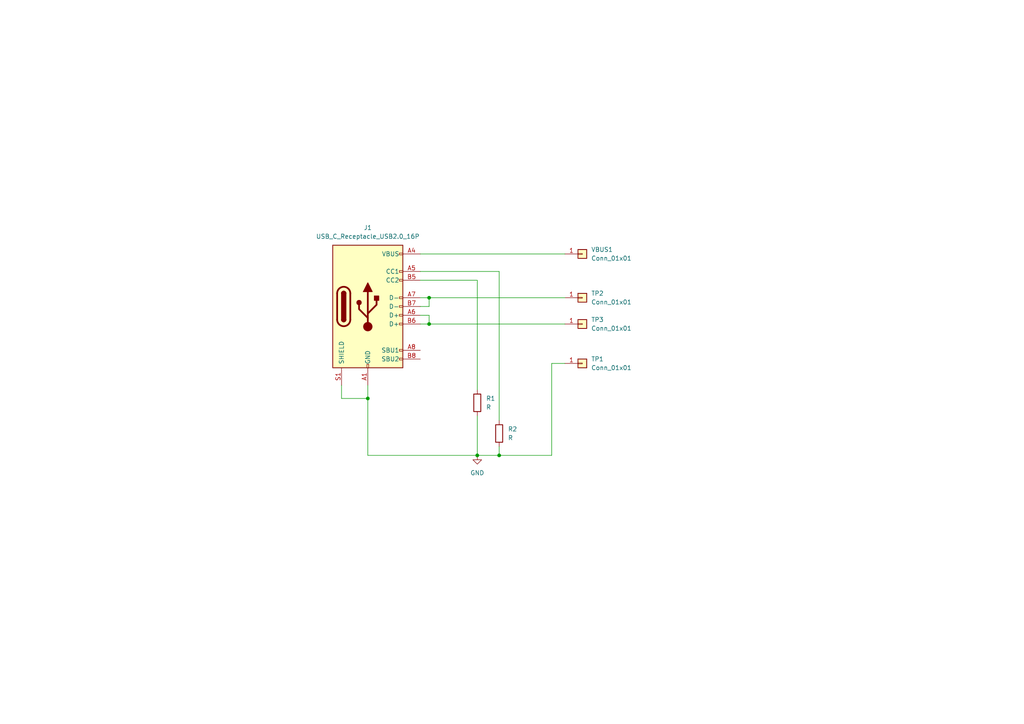
<source format=kicad_sch>
(kicad_sch
	(version 20250114)
	(generator "eeschema")
	(generator_version "9.0")
	(uuid "4aa7454a-79d6-40c9-ba84-97ff34d74406")
	(paper "A4")
	(lib_symbols
		(symbol "Connector:USB_C_Receptacle_USB2.0_16P"
			(pin_names
				(offset 1.016)
			)
			(exclude_from_sim no)
			(in_bom yes)
			(on_board yes)
			(property "Reference" "J"
				(at 0 22.225 0)
				(effects
					(font
						(size 1.27 1.27)
					)
				)
			)
			(property "Value" "USB_C_Receptacle_USB2.0_16P"
				(at 0 19.685 0)
				(effects
					(font
						(size 1.27 1.27)
					)
				)
			)
			(property "Footprint" ""
				(at 3.81 0 0)
				(effects
					(font
						(size 1.27 1.27)
					)
					(hide yes)
				)
			)
			(property "Datasheet" "https://www.usb.org/sites/default/files/documents/usb_type-c.zip"
				(at 3.81 0 0)
				(effects
					(font
						(size 1.27 1.27)
					)
					(hide yes)
				)
			)
			(property "Description" "USB 2.0-only 16P Type-C Receptacle connector"
				(at 0 0 0)
				(effects
					(font
						(size 1.27 1.27)
					)
					(hide yes)
				)
			)
			(property "ki_keywords" "usb universal serial bus type-C USB2.0"
				(at 0 0 0)
				(effects
					(font
						(size 1.27 1.27)
					)
					(hide yes)
				)
			)
			(property "ki_fp_filters" "USB*C*Receptacle*"
				(at 0 0 0)
				(effects
					(font
						(size 1.27 1.27)
					)
					(hide yes)
				)
			)
			(symbol "USB_C_Receptacle_USB2.0_16P_0_0"
				(rectangle
					(start -0.254 -17.78)
					(end 0.254 -16.764)
					(stroke
						(width 0)
						(type default)
					)
					(fill
						(type none)
					)
				)
				(rectangle
					(start 10.16 15.494)
					(end 9.144 14.986)
					(stroke
						(width 0)
						(type default)
					)
					(fill
						(type none)
					)
				)
				(rectangle
					(start 10.16 10.414)
					(end 9.144 9.906)
					(stroke
						(width 0)
						(type default)
					)
					(fill
						(type none)
					)
				)
				(rectangle
					(start 10.16 7.874)
					(end 9.144 7.366)
					(stroke
						(width 0)
						(type default)
					)
					(fill
						(type none)
					)
				)
				(rectangle
					(start 10.16 2.794)
					(end 9.144 2.286)
					(stroke
						(width 0)
						(type default)
					)
					(fill
						(type none)
					)
				)
				(rectangle
					(start 10.16 0.254)
					(end 9.144 -0.254)
					(stroke
						(width 0)
						(type default)
					)
					(fill
						(type none)
					)
				)
				(rectangle
					(start 10.16 -2.286)
					(end 9.144 -2.794)
					(stroke
						(width 0)
						(type default)
					)
					(fill
						(type none)
					)
				)
				(rectangle
					(start 10.16 -4.826)
					(end 9.144 -5.334)
					(stroke
						(width 0)
						(type default)
					)
					(fill
						(type none)
					)
				)
				(rectangle
					(start 10.16 -12.446)
					(end 9.144 -12.954)
					(stroke
						(width 0)
						(type default)
					)
					(fill
						(type none)
					)
				)
				(rectangle
					(start 10.16 -14.986)
					(end 9.144 -15.494)
					(stroke
						(width 0)
						(type default)
					)
					(fill
						(type none)
					)
				)
			)
			(symbol "USB_C_Receptacle_USB2.0_16P_0_1"
				(rectangle
					(start -10.16 17.78)
					(end 10.16 -17.78)
					(stroke
						(width 0.254)
						(type default)
					)
					(fill
						(type background)
					)
				)
				(polyline
					(pts
						(xy -8.89 -3.81) (xy -8.89 3.81)
					)
					(stroke
						(width 0.508)
						(type default)
					)
					(fill
						(type none)
					)
				)
				(rectangle
					(start -7.62 -3.81)
					(end -6.35 3.81)
					(stroke
						(width 0.254)
						(type default)
					)
					(fill
						(type outline)
					)
				)
				(arc
					(start -7.62 3.81)
					(mid -6.985 4.4423)
					(end -6.35 3.81)
					(stroke
						(width 0.254)
						(type default)
					)
					(fill
						(type none)
					)
				)
				(arc
					(start -7.62 3.81)
					(mid -6.985 4.4423)
					(end -6.35 3.81)
					(stroke
						(width 0.254)
						(type default)
					)
					(fill
						(type outline)
					)
				)
				(arc
					(start -8.89 3.81)
					(mid -6.985 5.7067)
					(end -5.08 3.81)
					(stroke
						(width 0.508)
						(type default)
					)
					(fill
						(type none)
					)
				)
				(arc
					(start -5.08 -3.81)
					(mid -6.985 -5.7067)
					(end -8.89 -3.81)
					(stroke
						(width 0.508)
						(type default)
					)
					(fill
						(type none)
					)
				)
				(arc
					(start -6.35 -3.81)
					(mid -6.985 -4.4423)
					(end -7.62 -3.81)
					(stroke
						(width 0.254)
						(type default)
					)
					(fill
						(type none)
					)
				)
				(arc
					(start -6.35 -3.81)
					(mid -6.985 -4.4423)
					(end -7.62 -3.81)
					(stroke
						(width 0.254)
						(type default)
					)
					(fill
						(type outline)
					)
				)
				(polyline
					(pts
						(xy -5.08 3.81) (xy -5.08 -3.81)
					)
					(stroke
						(width 0.508)
						(type default)
					)
					(fill
						(type none)
					)
				)
				(circle
					(center -2.54 1.143)
					(radius 0.635)
					(stroke
						(width 0.254)
						(type default)
					)
					(fill
						(type outline)
					)
				)
				(polyline
					(pts
						(xy -1.27 4.318) (xy 0 6.858) (xy 1.27 4.318) (xy -1.27 4.318)
					)
					(stroke
						(width 0.254)
						(type default)
					)
					(fill
						(type outline)
					)
				)
				(polyline
					(pts
						(xy 0 -2.032) (xy 2.54 0.508) (xy 2.54 1.778)
					)
					(stroke
						(width 0.508)
						(type default)
					)
					(fill
						(type none)
					)
				)
				(polyline
					(pts
						(xy 0 -3.302) (xy -2.54 -0.762) (xy -2.54 0.508)
					)
					(stroke
						(width 0.508)
						(type default)
					)
					(fill
						(type none)
					)
				)
				(polyline
					(pts
						(xy 0 -5.842) (xy 0 4.318)
					)
					(stroke
						(width 0.508)
						(type default)
					)
					(fill
						(type none)
					)
				)
				(circle
					(center 0 -5.842)
					(radius 1.27)
					(stroke
						(width 0)
						(type default)
					)
					(fill
						(type outline)
					)
				)
				(rectangle
					(start 1.905 1.778)
					(end 3.175 3.048)
					(stroke
						(width 0.254)
						(type default)
					)
					(fill
						(type outline)
					)
				)
			)
			(symbol "USB_C_Receptacle_USB2.0_16P_1_1"
				(pin passive line
					(at -7.62 -22.86 90)
					(length 5.08)
					(name "SHIELD"
						(effects
							(font
								(size 1.27 1.27)
							)
						)
					)
					(number "S1"
						(effects
							(font
								(size 1.27 1.27)
							)
						)
					)
				)
				(pin passive line
					(at 0 -22.86 90)
					(length 5.08)
					(name "GND"
						(effects
							(font
								(size 1.27 1.27)
							)
						)
					)
					(number "A1"
						(effects
							(font
								(size 1.27 1.27)
							)
						)
					)
				)
				(pin passive line
					(at 0 -22.86 90)
					(length 5.08)
					(hide yes)
					(name "GND"
						(effects
							(font
								(size 1.27 1.27)
							)
						)
					)
					(number "A12"
						(effects
							(font
								(size 1.27 1.27)
							)
						)
					)
				)
				(pin passive line
					(at 0 -22.86 90)
					(length 5.08)
					(hide yes)
					(name "GND"
						(effects
							(font
								(size 1.27 1.27)
							)
						)
					)
					(number "B1"
						(effects
							(font
								(size 1.27 1.27)
							)
						)
					)
				)
				(pin passive line
					(at 0 -22.86 90)
					(length 5.08)
					(hide yes)
					(name "GND"
						(effects
							(font
								(size 1.27 1.27)
							)
						)
					)
					(number "B12"
						(effects
							(font
								(size 1.27 1.27)
							)
						)
					)
				)
				(pin passive line
					(at 15.24 15.24 180)
					(length 5.08)
					(name "VBUS"
						(effects
							(font
								(size 1.27 1.27)
							)
						)
					)
					(number "A4"
						(effects
							(font
								(size 1.27 1.27)
							)
						)
					)
				)
				(pin passive line
					(at 15.24 15.24 180)
					(length 5.08)
					(hide yes)
					(name "VBUS"
						(effects
							(font
								(size 1.27 1.27)
							)
						)
					)
					(number "A9"
						(effects
							(font
								(size 1.27 1.27)
							)
						)
					)
				)
				(pin passive line
					(at 15.24 15.24 180)
					(length 5.08)
					(hide yes)
					(name "VBUS"
						(effects
							(font
								(size 1.27 1.27)
							)
						)
					)
					(number "B4"
						(effects
							(font
								(size 1.27 1.27)
							)
						)
					)
				)
				(pin passive line
					(at 15.24 15.24 180)
					(length 5.08)
					(hide yes)
					(name "VBUS"
						(effects
							(font
								(size 1.27 1.27)
							)
						)
					)
					(number "B9"
						(effects
							(font
								(size 1.27 1.27)
							)
						)
					)
				)
				(pin bidirectional line
					(at 15.24 10.16 180)
					(length 5.08)
					(name "CC1"
						(effects
							(font
								(size 1.27 1.27)
							)
						)
					)
					(number "A5"
						(effects
							(font
								(size 1.27 1.27)
							)
						)
					)
				)
				(pin bidirectional line
					(at 15.24 7.62 180)
					(length 5.08)
					(name "CC2"
						(effects
							(font
								(size 1.27 1.27)
							)
						)
					)
					(number "B5"
						(effects
							(font
								(size 1.27 1.27)
							)
						)
					)
				)
				(pin bidirectional line
					(at 15.24 2.54 180)
					(length 5.08)
					(name "D-"
						(effects
							(font
								(size 1.27 1.27)
							)
						)
					)
					(number "A7"
						(effects
							(font
								(size 1.27 1.27)
							)
						)
					)
				)
				(pin bidirectional line
					(at 15.24 0 180)
					(length 5.08)
					(name "D-"
						(effects
							(font
								(size 1.27 1.27)
							)
						)
					)
					(number "B7"
						(effects
							(font
								(size 1.27 1.27)
							)
						)
					)
				)
				(pin bidirectional line
					(at 15.24 -2.54 180)
					(length 5.08)
					(name "D+"
						(effects
							(font
								(size 1.27 1.27)
							)
						)
					)
					(number "A6"
						(effects
							(font
								(size 1.27 1.27)
							)
						)
					)
				)
				(pin bidirectional line
					(at 15.24 -5.08 180)
					(length 5.08)
					(name "D+"
						(effects
							(font
								(size 1.27 1.27)
							)
						)
					)
					(number "B6"
						(effects
							(font
								(size 1.27 1.27)
							)
						)
					)
				)
				(pin bidirectional line
					(at 15.24 -12.7 180)
					(length 5.08)
					(name "SBU1"
						(effects
							(font
								(size 1.27 1.27)
							)
						)
					)
					(number "A8"
						(effects
							(font
								(size 1.27 1.27)
							)
						)
					)
				)
				(pin bidirectional line
					(at 15.24 -15.24 180)
					(length 5.08)
					(name "SBU2"
						(effects
							(font
								(size 1.27 1.27)
							)
						)
					)
					(number "B8"
						(effects
							(font
								(size 1.27 1.27)
							)
						)
					)
				)
			)
			(embedded_fonts no)
		)
		(symbol "Connector_Generic:Conn_01x01"
			(pin_names
				(offset 1.016)
				(hide yes)
			)
			(exclude_from_sim no)
			(in_bom yes)
			(on_board yes)
			(property "Reference" "J"
				(at 0 2.54 0)
				(effects
					(font
						(size 1.27 1.27)
					)
				)
			)
			(property "Value" "Conn_01x01"
				(at 0 -2.54 0)
				(effects
					(font
						(size 1.27 1.27)
					)
				)
			)
			(property "Footprint" ""
				(at 0 0 0)
				(effects
					(font
						(size 1.27 1.27)
					)
					(hide yes)
				)
			)
			(property "Datasheet" "~"
				(at 0 0 0)
				(effects
					(font
						(size 1.27 1.27)
					)
					(hide yes)
				)
			)
			(property "Description" "Generic connector, single row, 01x01, script generated (kicad-library-utils/schlib/autogen/connector/)"
				(at 0 0 0)
				(effects
					(font
						(size 1.27 1.27)
					)
					(hide yes)
				)
			)
			(property "ki_keywords" "connector"
				(at 0 0 0)
				(effects
					(font
						(size 1.27 1.27)
					)
					(hide yes)
				)
			)
			(property "ki_fp_filters" "Connector*:*_1x??_*"
				(at 0 0 0)
				(effects
					(font
						(size 1.27 1.27)
					)
					(hide yes)
				)
			)
			(symbol "Conn_01x01_1_1"
				(rectangle
					(start -1.27 1.27)
					(end 1.27 -1.27)
					(stroke
						(width 0.254)
						(type default)
					)
					(fill
						(type background)
					)
				)
				(rectangle
					(start -1.27 0.127)
					(end 0 -0.127)
					(stroke
						(width 0.1524)
						(type default)
					)
					(fill
						(type none)
					)
				)
				(pin passive line
					(at -5.08 0 0)
					(length 3.81)
					(name "Pin_1"
						(effects
							(font
								(size 1.27 1.27)
							)
						)
					)
					(number "1"
						(effects
							(font
								(size 1.27 1.27)
							)
						)
					)
				)
			)
			(embedded_fonts no)
		)
		(symbol "Device:R"
			(pin_numbers
				(hide yes)
			)
			(pin_names
				(offset 0)
			)
			(exclude_from_sim no)
			(in_bom yes)
			(on_board yes)
			(property "Reference" "R"
				(at 2.032 0 90)
				(effects
					(font
						(size 1.27 1.27)
					)
				)
			)
			(property "Value" "R"
				(at 0 0 90)
				(effects
					(font
						(size 1.27 1.27)
					)
				)
			)
			(property "Footprint" ""
				(at -1.778 0 90)
				(effects
					(font
						(size 1.27 1.27)
					)
					(hide yes)
				)
			)
			(property "Datasheet" "~"
				(at 0 0 0)
				(effects
					(font
						(size 1.27 1.27)
					)
					(hide yes)
				)
			)
			(property "Description" "Resistor"
				(at 0 0 0)
				(effects
					(font
						(size 1.27 1.27)
					)
					(hide yes)
				)
			)
			(property "ki_keywords" "R res resistor"
				(at 0 0 0)
				(effects
					(font
						(size 1.27 1.27)
					)
					(hide yes)
				)
			)
			(property "ki_fp_filters" "R_*"
				(at 0 0 0)
				(effects
					(font
						(size 1.27 1.27)
					)
					(hide yes)
				)
			)
			(symbol "R_0_1"
				(rectangle
					(start -1.016 -2.54)
					(end 1.016 2.54)
					(stroke
						(width 0.254)
						(type default)
					)
					(fill
						(type none)
					)
				)
			)
			(symbol "R_1_1"
				(pin passive line
					(at 0 3.81 270)
					(length 1.27)
					(name "~"
						(effects
							(font
								(size 1.27 1.27)
							)
						)
					)
					(number "1"
						(effects
							(font
								(size 1.27 1.27)
							)
						)
					)
				)
				(pin passive line
					(at 0 -3.81 90)
					(length 1.27)
					(name "~"
						(effects
							(font
								(size 1.27 1.27)
							)
						)
					)
					(number "2"
						(effects
							(font
								(size 1.27 1.27)
							)
						)
					)
				)
			)
			(embedded_fonts no)
		)
		(symbol "power:GND"
			(power)
			(pin_numbers
				(hide yes)
			)
			(pin_names
				(offset 0)
				(hide yes)
			)
			(exclude_from_sim no)
			(in_bom yes)
			(on_board yes)
			(property "Reference" "#PWR"
				(at 0 -6.35 0)
				(effects
					(font
						(size 1.27 1.27)
					)
					(hide yes)
				)
			)
			(property "Value" "GND"
				(at 0 -3.81 0)
				(effects
					(font
						(size 1.27 1.27)
					)
				)
			)
			(property "Footprint" ""
				(at 0 0 0)
				(effects
					(font
						(size 1.27 1.27)
					)
					(hide yes)
				)
			)
			(property "Datasheet" ""
				(at 0 0 0)
				(effects
					(font
						(size 1.27 1.27)
					)
					(hide yes)
				)
			)
			(property "Description" "Power symbol creates a global label with name \"GND\" , ground"
				(at 0 0 0)
				(effects
					(font
						(size 1.27 1.27)
					)
					(hide yes)
				)
			)
			(property "ki_keywords" "global power"
				(at 0 0 0)
				(effects
					(font
						(size 1.27 1.27)
					)
					(hide yes)
				)
			)
			(symbol "GND_0_1"
				(polyline
					(pts
						(xy 0 0) (xy 0 -1.27) (xy 1.27 -1.27) (xy 0 -2.54) (xy -1.27 -1.27) (xy 0 -1.27)
					)
					(stroke
						(width 0)
						(type default)
					)
					(fill
						(type none)
					)
				)
			)
			(symbol "GND_1_1"
				(pin power_in line
					(at 0 0 270)
					(length 0)
					(name "~"
						(effects
							(font
								(size 1.27 1.27)
							)
						)
					)
					(number "1"
						(effects
							(font
								(size 1.27 1.27)
							)
						)
					)
				)
			)
			(embedded_fonts no)
		)
	)
	(junction
		(at 124.46 86.36)
		(diameter 0)
		(color 0 0 0 0)
		(uuid "299cfdc1-25e0-4b83-b894-43debcd3aa54")
	)
	(junction
		(at 124.46 93.98)
		(diameter 0)
		(color 0 0 0 0)
		(uuid "54942cf9-f220-41b9-a8ea-3d9eed8d48fe")
	)
	(junction
		(at 138.43 132.08)
		(diameter 0)
		(color 0 0 0 0)
		(uuid "7263e775-eb91-4b64-aca5-b14cd9aceedb")
	)
	(junction
		(at 144.78 132.08)
		(diameter 0)
		(color 0 0 0 0)
		(uuid "8e8d9e69-9cb0-4e0b-bdf8-d1faaf6527fb")
	)
	(junction
		(at 106.68 115.57)
		(diameter 0)
		(color 0 0 0 0)
		(uuid "fe120fa7-2cd5-489c-9501-6cfaa00b0055")
	)
	(wire
		(pts
			(xy 121.92 86.36) (xy 124.46 86.36)
		)
		(stroke
			(width 0)
			(type default)
		)
		(uuid "0989bdf8-4523-4e3f-b5ff-27e0f9e1dc05")
	)
	(wire
		(pts
			(xy 138.43 132.08) (xy 144.78 132.08)
		)
		(stroke
			(width 0)
			(type default)
		)
		(uuid "0ab65f73-6f67-4b43-a5a6-e29fc556f1a6")
	)
	(wire
		(pts
			(xy 124.46 91.44) (xy 124.46 93.98)
		)
		(stroke
			(width 0)
			(type default)
		)
		(uuid "13e11221-ace1-4a1d-9f9a-db38f143c8b3")
	)
	(wire
		(pts
			(xy 121.92 91.44) (xy 124.46 91.44)
		)
		(stroke
			(width 0)
			(type default)
		)
		(uuid "2ab30b8b-dc4b-48e5-857e-a7b9e87201a9")
	)
	(wire
		(pts
			(xy 121.92 73.66) (xy 163.83 73.66)
		)
		(stroke
			(width 0)
			(type default)
		)
		(uuid "3dc10b2e-1e7b-4a60-a987-fb57bc5c7220")
	)
	(wire
		(pts
			(xy 160.02 105.41) (xy 163.83 105.41)
		)
		(stroke
			(width 0)
			(type default)
		)
		(uuid "3e8c9cab-e7f2-4dd4-aa68-7f20ebf22063")
	)
	(wire
		(pts
			(xy 138.43 120.65) (xy 138.43 132.08)
		)
		(stroke
			(width 0)
			(type default)
		)
		(uuid "419db20f-8311-4393-9d45-be5e97ff9db1")
	)
	(wire
		(pts
			(xy 99.06 111.76) (xy 99.06 115.57)
		)
		(stroke
			(width 0)
			(type default)
		)
		(uuid "439eb999-682d-419b-af1c-4bf0f2283399")
	)
	(wire
		(pts
			(xy 138.43 81.28) (xy 138.43 113.03)
		)
		(stroke
			(width 0)
			(type default)
		)
		(uuid "4c7ad94e-2cc4-4e6f-9407-0d3d9025c1d2")
	)
	(wire
		(pts
			(xy 160.02 132.08) (xy 160.02 105.41)
		)
		(stroke
			(width 0)
			(type default)
		)
		(uuid "4e15e5fc-0b08-4c3b-bc22-64f8e1fe6eb4")
	)
	(wire
		(pts
			(xy 144.78 132.08) (xy 160.02 132.08)
		)
		(stroke
			(width 0)
			(type default)
		)
		(uuid "516f38bd-6bef-48d0-937a-2e422aa1ae15")
	)
	(wire
		(pts
			(xy 124.46 88.9) (xy 121.92 88.9)
		)
		(stroke
			(width 0)
			(type default)
		)
		(uuid "5acafec6-4e96-4388-8204-9450f770adcb")
	)
	(wire
		(pts
			(xy 106.68 132.08) (xy 138.43 132.08)
		)
		(stroke
			(width 0)
			(type default)
		)
		(uuid "61c649d6-2cfe-467f-b63c-bcfa970d6e1d")
	)
	(wire
		(pts
			(xy 144.78 129.54) (xy 144.78 132.08)
		)
		(stroke
			(width 0)
			(type default)
		)
		(uuid "65d606f8-c5e3-4dd7-b234-98dc64c934bc")
	)
	(wire
		(pts
			(xy 124.46 93.98) (xy 163.83 93.98)
		)
		(stroke
			(width 0)
			(type default)
		)
		(uuid "6f78bc01-674d-4b90-b089-f9d80ecf8640")
	)
	(wire
		(pts
			(xy 124.46 93.98) (xy 121.92 93.98)
		)
		(stroke
			(width 0)
			(type default)
		)
		(uuid "7179da98-ca29-40b1-83ad-76f595ef72ac")
	)
	(wire
		(pts
			(xy 99.06 115.57) (xy 106.68 115.57)
		)
		(stroke
			(width 0)
			(type default)
		)
		(uuid "7e3e9210-e769-47d2-a1ff-37d45ea72075")
	)
	(wire
		(pts
			(xy 121.92 78.74) (xy 144.78 78.74)
		)
		(stroke
			(width 0)
			(type default)
		)
		(uuid "b4d99270-ebe7-46d4-99c6-f39c9d3bce8d")
	)
	(wire
		(pts
			(xy 124.46 86.36) (xy 124.46 88.9)
		)
		(stroke
			(width 0)
			(type default)
		)
		(uuid "bd7b1a62-7751-4e85-b4e5-715b989d10c0")
	)
	(wire
		(pts
			(xy 121.92 81.28) (xy 138.43 81.28)
		)
		(stroke
			(width 0)
			(type default)
		)
		(uuid "e6d0bd23-0c78-4e03-9db9-cb758674e13f")
	)
	(wire
		(pts
			(xy 124.46 86.36) (xy 163.83 86.36)
		)
		(stroke
			(width 0)
			(type default)
		)
		(uuid "f0822060-71d9-4c94-809e-e77ad8be88e6")
	)
	(wire
		(pts
			(xy 106.68 115.57) (xy 106.68 111.76)
		)
		(stroke
			(width 0)
			(type default)
		)
		(uuid "f1e048cd-3da1-4d4e-894c-cd9194fd3ef3")
	)
	(wire
		(pts
			(xy 144.78 78.74) (xy 144.78 121.92)
		)
		(stroke
			(width 0)
			(type default)
		)
		(uuid "f954626a-b87d-4607-b0c4-31f1d55a1cf6")
	)
	(wire
		(pts
			(xy 106.68 132.08) (xy 106.68 115.57)
		)
		(stroke
			(width 0)
			(type default)
		)
		(uuid "fa1687e7-fd39-4821-8c3a-0a467b59fc95")
	)
	(symbol
		(lib_id "power:GND")
		(at 138.43 132.08 0)
		(unit 1)
		(exclude_from_sim no)
		(in_bom yes)
		(on_board yes)
		(dnp no)
		(fields_autoplaced yes)
		(uuid "2b53cd46-39b5-4748-a355-bbfd3da4d2e7")
		(property "Reference" "#PWR01"
			(at 138.43 138.43 0)
			(effects
				(font
					(size 1.27 1.27)
				)
				(hide yes)
			)
		)
		(property "Value" "GND"
			(at 138.43 137.16 0)
			(effects
				(font
					(size 1.27 1.27)
				)
			)
		)
		(property "Footprint" ""
			(at 138.43 132.08 0)
			(effects
				(font
					(size 1.27 1.27)
				)
				(hide yes)
			)
		)
		(property "Datasheet" ""
			(at 138.43 132.08 0)
			(effects
				(font
					(size 1.27 1.27)
				)
				(hide yes)
			)
		)
		(property "Description" "Power symbol creates a global label with name \"GND\" , ground"
			(at 138.43 132.08 0)
			(effects
				(font
					(size 1.27 1.27)
				)
				(hide yes)
			)
		)
		(pin "1"
			(uuid "c68b2918-3301-4f63-997d-84ba6dff9db4")
		)
		(instances
			(project ""
				(path "/4aa7454a-79d6-40c9-ba84-97ff34d74406"
					(reference "#PWR01")
					(unit 1)
				)
			)
		)
	)
	(symbol
		(lib_id "Connector_Generic:Conn_01x01")
		(at 168.91 105.41 0)
		(unit 1)
		(exclude_from_sim no)
		(in_bom yes)
		(on_board yes)
		(dnp no)
		(fields_autoplaced yes)
		(uuid "537258b6-b5af-45b9-99c9-f05c5b7e4f27")
		(property "Reference" "TP1"
			(at 171.45 104.1399 0)
			(effects
				(font
					(size 1.27 1.27)
				)
				(justify left)
			)
		)
		(property "Value" "Conn_01x01"
			(at 171.45 106.6799 0)
			(effects
				(font
					(size 1.27 1.27)
				)
				(justify left)
			)
		)
		(property "Footprint" "TestPoint:TestPoint_Pad_1.5x1.5mm"
			(at 168.91 105.41 0)
			(effects
				(font
					(size 1.27 1.27)
				)
				(hide yes)
			)
		)
		(property "Datasheet" "~"
			(at 168.91 105.41 0)
			(effects
				(font
					(size 1.27 1.27)
				)
				(hide yes)
			)
		)
		(property "Description" "Generic connector, single row, 01x01, script generated (kicad-library-utils/schlib/autogen/connector/)"
			(at 168.91 105.41 0)
			(effects
				(font
					(size 1.27 1.27)
				)
				(hide yes)
			)
		)
		(pin "1"
			(uuid "888614ac-63bb-4897-8733-99c80fb694b6")
		)
		(instances
			(project "under"
				(path "/4aa7454a-79d6-40c9-ba84-97ff34d74406"
					(reference "TP1")
					(unit 1)
				)
			)
		)
	)
	(symbol
		(lib_id "Connector_Generic:Conn_01x01")
		(at 168.91 73.66 0)
		(unit 1)
		(exclude_from_sim no)
		(in_bom yes)
		(on_board yes)
		(dnp no)
		(fields_autoplaced yes)
		(uuid "5f193f62-cbb5-4046-ae4f-c1553b764b7f")
		(property "Reference" "VBUS1"
			(at 171.45 72.3899 0)
			(effects
				(font
					(size 1.27 1.27)
				)
				(justify left)
			)
		)
		(property "Value" "Conn_01x01"
			(at 171.45 74.9299 0)
			(effects
				(font
					(size 1.27 1.27)
				)
				(justify left)
			)
		)
		(property "Footprint" "TestPoint:TestPoint_Pad_1.5x1.5mm"
			(at 168.91 73.66 0)
			(effects
				(font
					(size 1.27 1.27)
				)
				(hide yes)
			)
		)
		(property "Datasheet" "~"
			(at 168.91 73.66 0)
			(effects
				(font
					(size 1.27 1.27)
				)
				(hide yes)
			)
		)
		(property "Description" "Generic connector, single row, 01x01, script generated (kicad-library-utils/schlib/autogen/connector/)"
			(at 168.91 73.66 0)
			(effects
				(font
					(size 1.27 1.27)
				)
				(hide yes)
			)
		)
		(pin "1"
			(uuid "4ffbc498-b09d-427e-b485-bc9d23da2422")
		)
		(instances
			(project ""
				(path "/4aa7454a-79d6-40c9-ba84-97ff34d74406"
					(reference "VBUS1")
					(unit 1)
				)
			)
		)
	)
	(symbol
		(lib_id "Device:R")
		(at 138.43 116.84 0)
		(unit 1)
		(exclude_from_sim no)
		(in_bom yes)
		(on_board yes)
		(dnp no)
		(fields_autoplaced yes)
		(uuid "92c4986c-b6d3-4f6b-aa75-d0c7beab0988")
		(property "Reference" "R1"
			(at 140.97 115.5699 0)
			(effects
				(font
					(size 1.27 1.27)
				)
				(justify left)
			)
		)
		(property "Value" "R"
			(at 140.97 118.1099 0)
			(effects
				(font
					(size 1.27 1.27)
				)
				(justify left)
			)
		)
		(property "Footprint" "Resistor_SMD:R_0805_2012Metric"
			(at 136.652 116.84 90)
			(effects
				(font
					(size 1.27 1.27)
				)
				(hide yes)
			)
		)
		(property "Datasheet" "~"
			(at 138.43 116.84 0)
			(effects
				(font
					(size 1.27 1.27)
				)
				(hide yes)
			)
		)
		(property "Description" "Resistor"
			(at 138.43 116.84 0)
			(effects
				(font
					(size 1.27 1.27)
				)
				(hide yes)
			)
		)
		(pin "1"
			(uuid "3134f3e5-5331-451b-8a64-779f279ce42f")
		)
		(pin "2"
			(uuid "2c2a54aa-10d2-4937-8606-fbbfb146d944")
		)
		(instances
			(project ""
				(path "/4aa7454a-79d6-40c9-ba84-97ff34d74406"
					(reference "R1")
					(unit 1)
				)
			)
		)
	)
	(symbol
		(lib_id "Connector_Generic:Conn_01x01")
		(at 168.91 93.98 0)
		(unit 1)
		(exclude_from_sim no)
		(in_bom yes)
		(on_board yes)
		(dnp no)
		(fields_autoplaced yes)
		(uuid "a3255356-dd9a-49fc-8194-fc3f7d6a25e9")
		(property "Reference" "TP3"
			(at 171.45 92.7099 0)
			(effects
				(font
					(size 1.27 1.27)
				)
				(justify left)
			)
		)
		(property "Value" "Conn_01x01"
			(at 171.45 95.2499 0)
			(effects
				(font
					(size 1.27 1.27)
				)
				(justify left)
			)
		)
		(property "Footprint" "TestPoint:TestPoint_Pad_1.5x1.5mm"
			(at 168.91 93.98 0)
			(effects
				(font
					(size 1.27 1.27)
				)
				(hide yes)
			)
		)
		(property "Datasheet" "~"
			(at 168.91 93.98 0)
			(effects
				(font
					(size 1.27 1.27)
				)
				(hide yes)
			)
		)
		(property "Description" "Generic connector, single row, 01x01, script generated (kicad-library-utils/schlib/autogen/connector/)"
			(at 168.91 93.98 0)
			(effects
				(font
					(size 1.27 1.27)
				)
				(hide yes)
			)
		)
		(pin "1"
			(uuid "f20e192a-4051-4701-b717-4be1c59d7f19")
		)
		(instances
			(project "under"
				(path "/4aa7454a-79d6-40c9-ba84-97ff34d74406"
					(reference "TP3")
					(unit 1)
				)
			)
		)
	)
	(symbol
		(lib_id "Connector_Generic:Conn_01x01")
		(at 168.91 86.36 0)
		(unit 1)
		(exclude_from_sim no)
		(in_bom yes)
		(on_board yes)
		(dnp no)
		(fields_autoplaced yes)
		(uuid "c3a965b9-9e53-4f93-b3f2-b2047abd5bfb")
		(property "Reference" "TP2"
			(at 171.45 85.0899 0)
			(effects
				(font
					(size 1.27 1.27)
				)
				(justify left)
			)
		)
		(property "Value" "Conn_01x01"
			(at 171.45 87.6299 0)
			(effects
				(font
					(size 1.27 1.27)
				)
				(justify left)
			)
		)
		(property "Footprint" "TestPoint:TestPoint_Pad_1.5x1.5mm"
			(at 168.91 86.36 0)
			(effects
				(font
					(size 1.27 1.27)
				)
				(hide yes)
			)
		)
		(property "Datasheet" "~"
			(at 168.91 86.36 0)
			(effects
				(font
					(size 1.27 1.27)
				)
				(hide yes)
			)
		)
		(property "Description" "Generic connector, single row, 01x01, script generated (kicad-library-utils/schlib/autogen/connector/)"
			(at 168.91 86.36 0)
			(effects
				(font
					(size 1.27 1.27)
				)
				(hide yes)
			)
		)
		(pin "1"
			(uuid "72f4d662-1086-4a44-913e-d034f090380c")
		)
		(instances
			(project "under"
				(path "/4aa7454a-79d6-40c9-ba84-97ff34d74406"
					(reference "TP2")
					(unit 1)
				)
			)
		)
	)
	(symbol
		(lib_id "Device:R")
		(at 144.78 125.73 0)
		(unit 1)
		(exclude_from_sim no)
		(in_bom yes)
		(on_board yes)
		(dnp no)
		(fields_autoplaced yes)
		(uuid "cdc3f650-1ac7-4edb-b538-ce3031f60179")
		(property "Reference" "R2"
			(at 147.32 124.4599 0)
			(effects
				(font
					(size 1.27 1.27)
				)
				(justify left)
			)
		)
		(property "Value" "R"
			(at 147.32 126.9999 0)
			(effects
				(font
					(size 1.27 1.27)
				)
				(justify left)
			)
		)
		(property "Footprint" "Resistor_SMD:R_0805_2012Metric"
			(at 143.002 125.73 90)
			(effects
				(font
					(size 1.27 1.27)
				)
				(hide yes)
			)
		)
		(property "Datasheet" "~"
			(at 144.78 125.73 0)
			(effects
				(font
					(size 1.27 1.27)
				)
				(hide yes)
			)
		)
		(property "Description" "Resistor"
			(at 144.78 125.73 0)
			(effects
				(font
					(size 1.27 1.27)
				)
				(hide yes)
			)
		)
		(pin "1"
			(uuid "bf36eda3-9ca1-4d3d-b8d7-fb3fee453387")
		)
		(pin "2"
			(uuid "11f98ea0-6ca2-4310-88a0-973b4706ff68")
		)
		(instances
			(project "under"
				(path "/4aa7454a-79d6-40c9-ba84-97ff34d74406"
					(reference "R2")
					(unit 1)
				)
			)
		)
	)
	(symbol
		(lib_id "Connector:USB_C_Receptacle_USB2.0_16P")
		(at 106.68 88.9 0)
		(unit 1)
		(exclude_from_sim no)
		(in_bom yes)
		(on_board yes)
		(dnp no)
		(fields_autoplaced yes)
		(uuid "ea6543e5-0433-4433-8072-5f3618eded52")
		(property "Reference" "J1"
			(at 106.68 66.04 0)
			(effects
				(font
					(size 1.27 1.27)
				)
			)
		)
		(property "Value" "USB_C_Receptacle_USB2.0_16P"
			(at 106.68 68.58 0)
			(effects
				(font
					(size 1.27 1.27)
				)
			)
		)
		(property "Footprint" "Connector_USB:USB_C_Receptacle_GCT_USB4110"
			(at 110.49 88.9 0)
			(effects
				(font
					(size 1.27 1.27)
				)
				(hide yes)
			)
		)
		(property "Datasheet" "https://www.usb.org/sites/default/files/documents/usb_type-c.zip"
			(at 110.49 88.9 0)
			(effects
				(font
					(size 1.27 1.27)
				)
				(hide yes)
			)
		)
		(property "Description" "USB 2.0-only 16P Type-C Receptacle connector"
			(at 106.68 88.9 0)
			(effects
				(font
					(size 1.27 1.27)
				)
				(hide yes)
			)
		)
		(pin "B1"
			(uuid "1107f8fb-99e7-4fc6-a1db-a694e41d9974")
		)
		(pin "B6"
			(uuid "9136448a-5856-4d0b-a0ca-bdf99bc071b8")
		)
		(pin "A4"
			(uuid "a35f9513-269b-43f1-b44b-dec8fddad8a7")
		)
		(pin "B4"
			(uuid "3bc118e3-f5b4-43fc-9b4f-50df2eee5a61")
		)
		(pin "B12"
			(uuid "bdbcbdd5-037e-47b0-b0f7-e570fa7e4395")
		)
		(pin "B5"
			(uuid "359cef13-71ce-4577-ae85-08ffb6f71e6d")
		)
		(pin "A6"
			(uuid "aa29d4a5-1340-4bbd-9960-fecf190a83d5")
		)
		(pin "A12"
			(uuid "27891585-777e-4f59-b565-62d6170d70da")
		)
		(pin "A7"
			(uuid "fe74f4cd-6d04-4e35-8ac2-94e895d22c00")
		)
		(pin "A1"
			(uuid "544e0067-0e17-4c05-b52f-894637540d82")
		)
		(pin "S1"
			(uuid "f4214ba4-dcf6-4a18-b0c2-0f2298d91f05")
		)
		(pin "A9"
			(uuid "dfc8adf1-c8bb-4580-b350-b9771dff135b")
		)
		(pin "A5"
			(uuid "35e41b6a-3f55-4df4-b37b-4af5911f37f9")
		)
		(pin "B9"
			(uuid "c2b2fc74-6856-4faf-8a5d-9410657abfe7")
		)
		(pin "B7"
			(uuid "5349f468-0b30-435b-86e8-f67f68d74334")
		)
		(pin "A8"
			(uuid "8d8c0288-fcba-4a91-9edf-7bc6f9d4dbbc")
		)
		(pin "B8"
			(uuid "0c6f2682-0b31-41c5-8a1e-b7c308af1522")
		)
		(instances
			(project ""
				(path "/4aa7454a-79d6-40c9-ba84-97ff34d74406"
					(reference "J1")
					(unit 1)
				)
			)
		)
	)
	(sheet_instances
		(path "/"
			(page "1")
		)
	)
	(embedded_fonts no)
)

</source>
